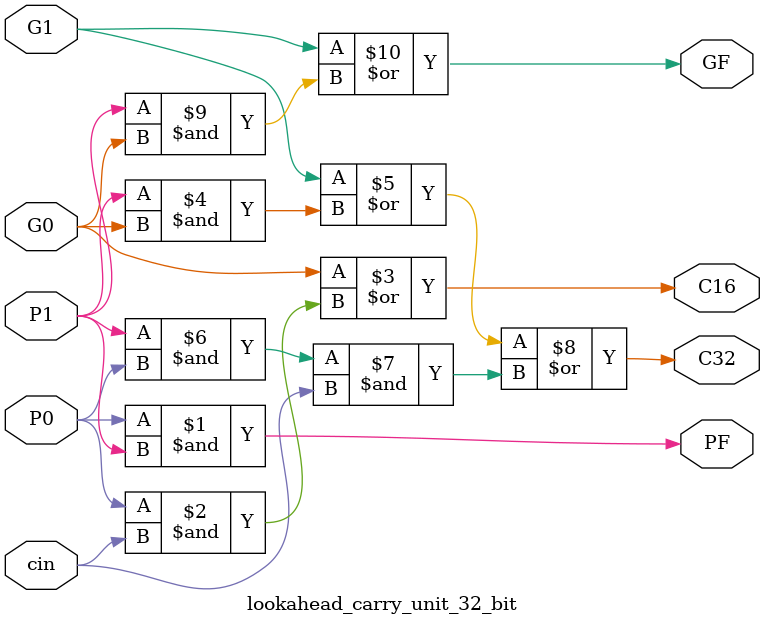
<source format=v>
module CLA_4bit(a, b, cin, sum, cout);
input [3:0] a;
input [3:0] b;
input cin;
wire [3:0] a;
wire [3:0] b;
wire cin;

output [3:0] sum;
output cout;
wire [3:0] sum;
wire cout;

// Internal variables
wire P0, P1, P2, P3;
wire G0, G1, G2, G3;
wire C1, C2, C3, C4;

assign P0 = a[0] ^ b[0];
assign P1 = a[1] ^ b[1];
assign P2 = a[2] ^ b[2];
assign P3 = a[3] ^ b[3];

assign G0 = a[0] & b[0];
assign G1 = a[1] & b[1];
assign G2 = a[2] & b[2];
assign G3 = a[3] & b[3];

assign C1 = G0 | (P0 & cin);
assign C2 = G1 | (P1 & G0) | (P1 & P0 & cin);
assign C3 = G2 | (P2 & G1) | (P2 & P1 & G0) | (P2 & P1 & P0 & cin);
assign C4 = G3 | (P3 & G2) | (P3 & P2 & G1) | (P3 & P2 & P1 & G0) | (P3 & P2 & P1 & P0 & cin);

assign sum[0] = P0 ^ cin;
assign sum[1] = P1 ^ C1;
assign sum[2] = P2 ^ C2;
assign sum[3] = P3 ^ C3;
assign cout = C4;



endmodule


module CLA_4bit_P_G(a, b, cin, sum, P, G);
input [3:0] a;
input [3:0] b;
input cin;
wire [3:0] a;
wire [3:0] b;
wire cin;

output [3:0] sum;
output P, G;
wire [3:0] sum;
wire P, G;
// Internal variables
wire P0, P1, P2, P3;
wire G0, G1, G2, G3;
wire C1, C2, C3;

assign P0 = a[0] ^ b[0];
assign P1 = a[1] ^ b[1];
assign P2 = a[2] ^ b[2];
assign P3 = a[3] ^ b[3];

assign G0 = a[0] & b[0];
assign G1 = a[1] & b[1];
assign G2 = a[2] & b[2];
assign G3 = a[3] & b[3];

assign C1 = G0 | (P0 & cin);
assign C2 = G1 | (P1 & G0) | (P1 & P0 & cin);
assign C3 = G2 | (P2 & G1) | (P2 & P1 & G0) | (P2 & P1 & P0 & cin);
assign G = G3 | (P3 & G2) | (P3 & P2 & G1) | (P3 & P2 & P1 & G0) | (P3 & P2 & P1 & P0 & cin);
assign P = P0 & P1 & P2 & P3;

assign sum[0] = P0 ^ cin;
assign sum[1] = P1 ^ C1;
assign sum[2] = P2 ^ C2;
assign sum[3] = P3 ^ C3;

endmodule


module lookahead_carry_unit_16_bit(P0, G0, P1, G1, P2, G2, P3, G3, cin, C4, C8, C12, C16, GF, PF);
input P0, G0, P1, G1, P2, G2, P3, G3, cin;
wire P0, G0, P1, G1, P2, G2, P3, G3, cin;
output C4, C8, C12, C16, GF, PF;
wire C4, C8, C12, C16, GF, PF;

assign PF = P0 & P1 & P2 & P3;

assign C4 = G0 | (P0 & cin);
assign C8 = G1 | (P1 & G0) | (P1 & P0 & cin);
assign C12 = G2 | (P2 & G1) | (P2 & P1 & G0) | (P2 & P1 & P0 & cin);
assign C16 = G3 | (P3 & G2) | (P3 & P2 & G1) | (P3 & P2 & P1 & G0) | (P3 & P2 & P1 & P0 & cin);
assign GF = G3 | (P3 & G2) | (P3 & P2 & G1) | (P3 & P2 & P1 & G0);
endmodule


module CLA_16bit(a, b, cin, sum, cout, Pout, Gout);
input [15:0] a;
input [15:0] b;
input cin;
wire [15:0] a;
wire [15:0] b;
wire cin;
output [15:0] sum;
output cout, Pout, Gout;
wire [15:0] sum;
wire cout, Pout, Gout;

// Internal Variables
wire C4, C8, C12, C16;
wire P0, G0, P1, G1, P2, G2, P3, G3;


CLA_4bit_P_G a0(.a(a[3:0]), .b(b[3:0]), .cin(cin), .sum(sum[3:0]), .P(P0), .G(G0));
CLA_4bit_P_G a1(.a(a[7:4]), .b(b[7:4]), .cin(C4), .sum(sum[7:4]), .P(P1), .G(G1));
CLA_4bit_P_G a2(.a(a[11:8]), .b(b[11:8]), .cin(C8), .sum(sum[11:8]), .P(P2), .G(G2));
CLA_4bit_P_G a3(.a(a[15:12]), .b(b[15:12]), .cin(C12), .sum(sum[15:12]), .P(P3), .G(G3));

lookahead_carry_unit_16_bit unit(.P0(P0), .G0(G0), .P1(P1), .G1(G1), .P2(P2), .G2(G2), .P3(P3), .G3(G3), .cin(cin), .C4(C4), .C8(C8), .C12(C12), .C16(C16), .GF(Gout), .PF(Pout));
assign cout = C16;

endmodule


module CLA_32bit(a, b, cin, sum, cout, Pout, Gout);
input [31:0] a;
input [31:0] b;
input cin;
wire [31:0] a;
wire [31:0] b;
wire cin;
output [31:0] sum;
output cout, Pout, Gout;
wire [31:0] sum;
wire cout, Pout, Gout;

// Internal Variables
wire tC16, tC32;
wire C16, C32;
wire P0, G0;
wire P1, G1;


CLA_16bit a0(.a(a[15:0]), .b(b[15:0]), .cin(cin), .sum(sum[15:0]), .cout(tC16), .Pout(P0), .Gout(G0));
CLA_16bit a1(.a(a[31:16]), .b(b[31:16]), .cin(C16), .sum(sum[31:16]), .cout(tC32), .Pout(P1), .Gout(G1));
lookahead_carry_unit_32_bit unit(.P0(P0), .G0(G0), .P1(P1), .G1(G1), .cin(cin), .C16(C16), .C32(C32), .GF(Gout), .PF(Pout));
assign cout = C32;

endmodule

module lookahead_carry_unit_32_bit (P0, G0, P1, G1, cin, C16, C32, GF, PF);
input P0, G0, P1, G1, cin;
wire P0, G0, P1, G1, cin;
output C16, C32, GF, PF;
wire C16, C32, GF, PF;

assign PF = P0 & P1;
assign C16 = G0 | (P0 & cin);
assign C32 = G1 | (P1 & G0) | (P1 & P0 & cin);
assign GF = G1 | (P1 & G0);

endmodule

</source>
